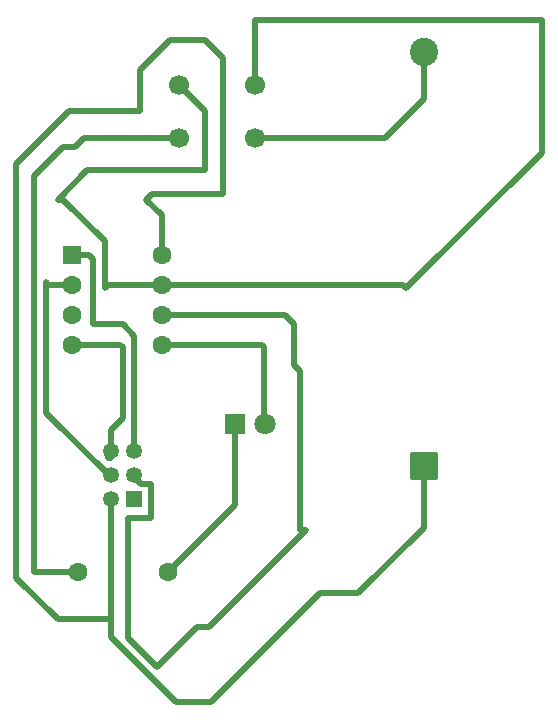
<source format=gbr>
%TF.GenerationSoftware,KiCad,Pcbnew,9.0.7*%
%TF.CreationDate,2026-01-29T19:12:10+02:00*%
%TF.ProjectId,Fab_Lab_Again,4661625f-4c61-4625-9f41-6761696e2e6b,rev?*%
%TF.SameCoordinates,Original*%
%TF.FileFunction,Copper,L1,Top*%
%TF.FilePolarity,Positive*%
%FSLAX46Y46*%
G04 Gerber Fmt 4.6, Leading zero omitted, Abs format (unit mm)*
G04 Created by KiCad (PCBNEW 9.0.7) date 2026-01-29 19:12:10*
%MOMM*%
%LPD*%
G01*
G04 APERTURE LIST*
G04 Aperture macros list*
%AMRoundRect*
0 Rectangle with rounded corners*
0 $1 Rounding radius*
0 $2 $3 $4 $5 $6 $7 $8 $9 X,Y pos of 4 corners*
0 Add a 4 corners polygon primitive as box body*
4,1,4,$2,$3,$4,$5,$6,$7,$8,$9,$2,$3,0*
0 Add four circle primitives for the rounded corners*
1,1,$1+$1,$2,$3*
1,1,$1+$1,$4,$5*
1,1,$1+$1,$6,$7*
1,1,$1+$1,$8,$9*
0 Add four rect primitives between the rounded corners*
20,1,$1+$1,$2,$3,$4,$5,0*
20,1,$1+$1,$4,$5,$6,$7,0*
20,1,$1+$1,$6,$7,$8,$9,0*
20,1,$1+$1,$8,$9,$2,$3,0*%
G04 Aperture macros list end*
%TA.AperFunction,ComponentPad*%
%ADD10R,1.350000X1.350000*%
%TD*%
%TA.AperFunction,ComponentPad*%
%ADD11C,1.350000*%
%TD*%
%TA.AperFunction,ComponentPad*%
%ADD12C,1.600000*%
%TD*%
%TA.AperFunction,ComponentPad*%
%ADD13C,1.700000*%
%TD*%
%TA.AperFunction,ComponentPad*%
%ADD14RoundRect,0.250000X-0.550000X-0.550000X0.550000X-0.550000X0.550000X0.550000X-0.550000X0.550000X0*%
%TD*%
%TA.AperFunction,ComponentPad*%
%ADD15C,1.800000*%
%TD*%
%TA.AperFunction,ComponentPad*%
%ADD16R,1.800000X1.800000*%
%TD*%
%TA.AperFunction,ComponentPad*%
%ADD17C,2.400000*%
%TD*%
%TA.AperFunction,ComponentPad*%
%ADD18RoundRect,0.250001X0.949999X-0.949999X0.949999X0.949999X-0.949999X0.949999X-0.949999X-0.949999X0*%
%TD*%
%TA.AperFunction,Conductor*%
%ADD19C,0.500000*%
%TD*%
G04 APERTURE END LIST*
D10*
%TO.P,J1,0,MISO*%
%TO.N,Net-(J1-MISO)*%
X34000000Y27595000D03*
D11*
%TO.P,J1,2,VCC*%
%TO.N,5V*%
X32000000Y27595000D03*
%TO.P,J1,3,SCK*%
%TO.N,Net-(J1-SCK)*%
X34000000Y29595000D03*
%TO.P,J1,4,MOSI*%
%TO.N,Net-(J1-MOSI)*%
X32000000Y29595000D03*
%TO.P,J1,5,~{RST}*%
%TO.N,Net-(J1-~{RST})*%
X34000000Y31595000D03*
%TO.P,J1,6,GND*%
%TO.N,GND*%
X32000000Y31595000D03*
%TD*%
D12*
%TO.P,R2,2*%
%TO.N,GND*%
X29190000Y21405000D03*
%TO.P,R2,1*%
%TO.N,Net-(D1-K)*%
X36810000Y21405000D03*
%TD*%
D13*
%TO.P,SW1,2,2*%
%TO.N,GND*%
X44250000Y58155000D03*
X37750000Y58155000D03*
%TO.P,SW1,1,1*%
%TO.N,Net-(U1-PB2)*%
X44250000Y62655000D03*
X37750000Y62655000D03*
%TD*%
D12*
%TO.P,U1,8,VCC*%
%TO.N,5V*%
X36315000Y48215000D03*
%TO.P,U1,7,PB2*%
%TO.N,Net-(U1-PB2)*%
X36315000Y45675000D03*
%TO.P,U1,6,PB1*%
%TO.N,Net-(J1-SCK)*%
X36315000Y43135000D03*
%TO.P,U1,5,AREF/PB0*%
%TO.N,Net-(D1-A)*%
X36315000Y40595000D03*
%TO.P,U1,4,GND*%
%TO.N,GND*%
X28695000Y40595000D03*
%TO.P,U1,3,XTAL2/PB4*%
%TO.N,Net-(J1-MISO)*%
X28695000Y43135000D03*
%TO.P,U1,2,XTAL1/PB3*%
%TO.N,Net-(J1-MOSI)*%
X28695000Y45675000D03*
D14*
%TO.P,U1,1,~{RESET}/PB5*%
%TO.N,Net-(J1-~{RST})*%
X28695000Y48215000D03*
%TD*%
D15*
%TO.P,D1,2,A*%
%TO.N,Net-(D1-A)*%
X45040000Y33905000D03*
D16*
%TO.P,D1,1,K*%
%TO.N,Net-(D1-K)*%
X42500000Y33905000D03*
%TD*%
D17*
%TO.P,C1,2*%
%TO.N,GND*%
X58500000Y65405000D03*
D18*
%TO.P,C1,1*%
%TO.N,5V*%
X58500000Y30405000D03*
%TD*%
D19*
%TO.N,GND*%
X32000000Y31021000D02*
X31782959Y31021000D01*
X32000000Y31595000D02*
X32000000Y31021000D01*
%TO.N,5V*%
X34500000Y60405000D02*
X28500000Y60405000D01*
%TO.N,Net-(D1-A)*%
X36315000Y40595000D02*
X44810000Y40595000D01*
X45040000Y34325000D02*
X45040000Y33905000D01*
%TO.N,5V*%
X27500000Y17405000D02*
X32000000Y17405000D01*
X36315000Y48215000D02*
X36315000Y51590000D01*
X32000000Y17405000D02*
X32000000Y15896665D01*
%TO.N,GND*%
X29000000Y57405000D02*
X29750000Y58155000D01*
%TO.N,Net-(D1-A)*%
X45000000Y34365000D02*
X45040000Y34325000D01*
%TO.N,Net-(J1-MOSI)*%
X26500000Y45905000D02*
X26730000Y45675000D01*
X26500000Y34888331D02*
X26500000Y45905000D01*
%TO.N,GND*%
X58500000Y65405000D02*
X58500000Y61405000D01*
%TO.N,Net-(J1-MOSI)*%
X31983331Y29405000D02*
X26500000Y34888331D01*
%TO.N,5V*%
X28500000Y60405000D02*
X24000000Y55905000D01*
%TO.N,Net-(D1-K)*%
X42500000Y27095000D02*
X36810000Y21405000D01*
%TO.N,Net-(J1-MOSI)*%
X26730000Y45675000D02*
X28695000Y45675000D01*
%TO.N,GND*%
X25500000Y54905000D02*
X28000000Y57405000D01*
%TO.N,5V*%
X32000000Y27405000D02*
X32000000Y17405000D01*
%TO.N,Net-(J1-MOSI)*%
X32000000Y29405000D02*
X31983331Y29405000D01*
%TO.N,Net-(J1-~{RST})*%
X30500000Y42405000D02*
X33000000Y42405000D01*
X33000000Y42405000D02*
X34000000Y41405000D01*
X28695000Y48215000D02*
X30190000Y48215000D01*
%TO.N,5V*%
X49690000Y19595000D02*
X52940000Y19595000D01*
%TO.N,Net-(J1-~{RST})*%
X34000000Y41405000D02*
X34000000Y31405000D01*
%TO.N,GND*%
X32810000Y40595000D02*
X33000000Y40405000D01*
X29190000Y21405000D02*
X25500000Y21405000D01*
%TO.N,5V*%
X40000000Y66405000D02*
X37000000Y66405000D01*
X58500000Y25155000D02*
X58500000Y30405000D01*
X34500000Y63905000D02*
X34500000Y60405000D01*
X52940000Y19595000D02*
X58500000Y25155000D01*
X36315000Y51590000D02*
X35000000Y52905000D01*
%TO.N,Net-(J1-~{RST})*%
X30500000Y47905000D02*
X30500000Y42405000D01*
X28695000Y48210000D02*
X28695000Y48215000D01*
%TO.N,Net-(J1-SCK)*%
X33500000Y25979000D02*
X35426000Y25979000D01*
%TO.N,GND*%
X33000000Y40405000D02*
X33000000Y34405000D01*
X28000000Y57405000D02*
X29000000Y57405000D01*
X55250000Y58155000D02*
X44250000Y58155000D01*
X29750000Y58155000D02*
X37750000Y58155000D01*
%TO.N,5V*%
X37000000Y66405000D02*
X34500000Y63905000D01*
%TO.N,GND*%
X28695000Y40595000D02*
X32810000Y40595000D01*
X25500000Y21405000D02*
X25500000Y54905000D01*
%TO.N,5V*%
X35500000Y53405000D02*
X41500000Y53405000D01*
%TO.N,Net-(D1-A)*%
X44810000Y40595000D02*
X45000000Y40405000D01*
%TO.N,Net-(J1-~{RST})*%
X30190000Y48215000D02*
X30500000Y47905000D01*
%TO.N,Net-(J1-SCK)*%
X48000000Y38405000D02*
X48000000Y24905000D01*
%TO.N,GND*%
X32000000Y31405000D02*
X32000000Y33405000D01*
X32000000Y33405000D02*
X33000000Y34405000D01*
%TO.N,Net-(D1-K)*%
X42500000Y33905000D02*
X42500000Y27095000D01*
%TO.N,5V*%
X35000000Y52905000D02*
X35500000Y53405000D01*
X24000000Y20905000D02*
X27500000Y17405000D01*
%TO.N,Net-(D1-A)*%
X45000000Y40405000D02*
X45000000Y34365000D01*
%TO.N,5V*%
X24000000Y55905000D02*
X24000000Y20905000D01*
X41500000Y64905000D02*
X40000000Y66405000D01*
X41500000Y53405000D02*
X41500000Y64905000D01*
%TO.N,GND*%
X58500000Y61405000D02*
X55250000Y58155000D01*
%TO.N,Net-(J1-SCK)*%
X48000000Y24905000D02*
X48500000Y24905000D01*
%TO.N,Net-(U1-PB2)*%
X68500000Y68095000D02*
X68500000Y56905000D01*
X40000000Y55405000D02*
X40000000Y60405000D01*
%TO.N,Net-(J1-SCK)*%
X48500000Y24905000D02*
X40308277Y16713277D01*
%TO.N,Net-(U1-PB2)*%
X31500000Y45405000D02*
X31500000Y49405000D01*
%TO.N,Net-(J1-SCK)*%
X36315000Y43135000D02*
X46770000Y43135000D01*
X35426000Y28831000D02*
X34574000Y28831000D01*
X47500000Y38905000D02*
X48000000Y38405000D01*
X46770000Y43135000D02*
X47500000Y42405000D01*
%TO.N,Net-(U1-PB2)*%
X31770000Y45675000D02*
X31500000Y45405000D01*
X44310000Y68095000D02*
X68500000Y68095000D01*
%TO.N,Net-(J1-SCK)*%
X40308277Y16713277D02*
X39308277Y16713277D01*
X34574000Y28831000D02*
X34000000Y29405000D01*
X47500000Y42405000D02*
X47500000Y38905000D01*
%TO.N,Net-(U1-PB2)*%
X36315000Y45675000D02*
X31770000Y45675000D01*
X31500000Y49405000D02*
X28000000Y52905000D01*
X28000000Y52905000D02*
X27500000Y52905000D01*
X44250000Y62655000D02*
X44250000Y68155000D01*
X27500000Y52905000D02*
X30000000Y55405000D01*
X56730000Y45675000D02*
X36315000Y45675000D01*
X57000000Y45405000D02*
X56730000Y45675000D01*
X40000000Y60405000D02*
X37750000Y62655000D01*
X44250000Y68155000D02*
X44310000Y68095000D01*
X68500000Y56905000D02*
X57000000Y45405000D01*
X30000000Y55405000D02*
X40000000Y55405000D01*
%TO.N,Net-(J1-SCK)*%
X33500000Y15820628D02*
X33500000Y25979000D01*
X35426000Y25979000D02*
X35426000Y28831000D01*
%TO.N,5V*%
X37500000Y10396665D02*
X40491665Y10396665D01*
X32000000Y15896665D02*
X37500000Y10396665D01*
X40491665Y10396665D02*
X49690000Y19595000D01*
%TO.N,Net-(J1-SCK)*%
X39308277Y16713277D02*
X35957814Y13362814D01*
X35957814Y13362814D02*
X33500000Y15820628D01*
%TD*%
M02*

</source>
